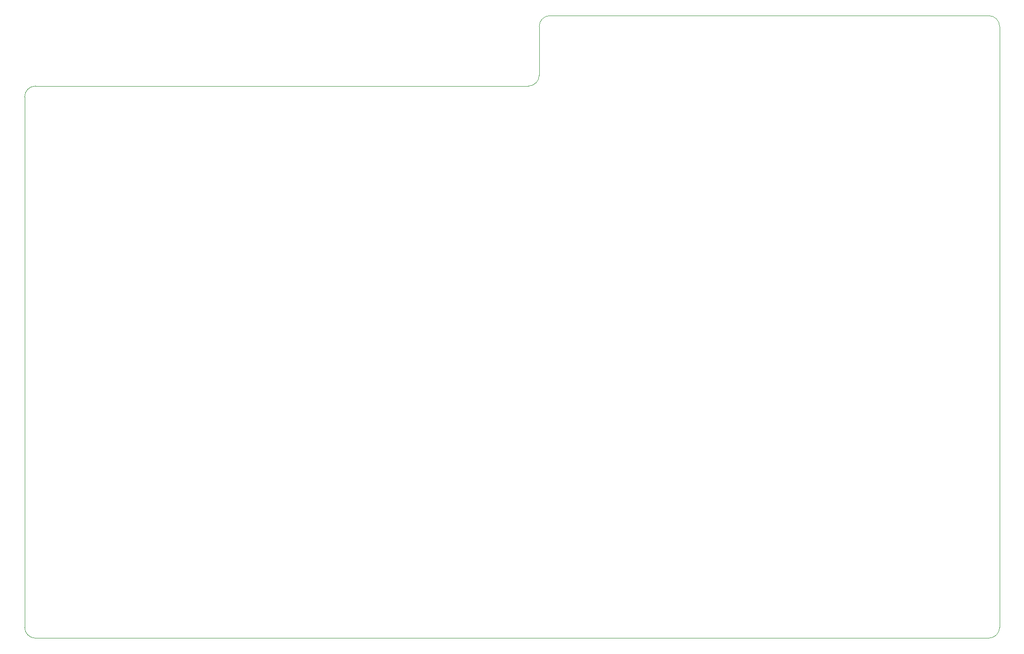
<source format=gbr>
%TF.GenerationSoftware,KiCad,Pcbnew,(6.0.1)*%
%TF.CreationDate,2022-02-06T11:46:29-05:00*%
%TF.ProjectId,digiMatex_DS410,64696769-4d61-4746-9578-5f4453343130,rev?*%
%TF.SameCoordinates,PX2ebae40PY2255100*%
%TF.FileFunction,Profile,NP*%
%FSLAX46Y46*%
G04 Gerber Fmt 4.6, Leading zero omitted, Abs format (unit mm)*
G04 Created by KiCad (PCBNEW (6.0.1)) date 2022-02-06 11:46:29*
%MOMM*%
%LPD*%
G01*
G04 APERTURE LIST*
%TA.AperFunction,Profile*%
%ADD10C,0.100000*%
%TD*%
G04 APERTURE END LIST*
D10*
X1000000Y-114000000D02*
G75*
G03*
X3000000Y-116000000I2000000J0D01*
G01*
X3000000Y-14000000D02*
G75*
G03*
X1000000Y-16000000I0J-2000000D01*
G01*
X94000000Y-14000000D02*
G75*
G03*
X96000000Y-12000000I0J2000000D01*
G01*
X98000000Y-1000000D02*
G75*
G03*
X96000000Y-3000000I0J-2000000D01*
G01*
X181000000Y-3000000D02*
G75*
G03*
X179000000Y-1000000I-2000000J0D01*
G01*
X179000000Y-116000000D02*
G75*
G03*
X181000000Y-114000000I0J2000000D01*
G01*
X181000000Y-114000000D02*
X181000000Y-3000000D01*
X96000000Y-3000000D02*
X96000000Y-12000000D01*
X94000000Y-14000000D02*
X3000000Y-14000000D01*
X3000000Y-116000000D02*
X179000000Y-116000000D01*
X179000000Y-1000000D02*
X98000000Y-1000000D01*
X1000000Y-16000000D02*
X1000000Y-114000000D01*
M02*

</source>
